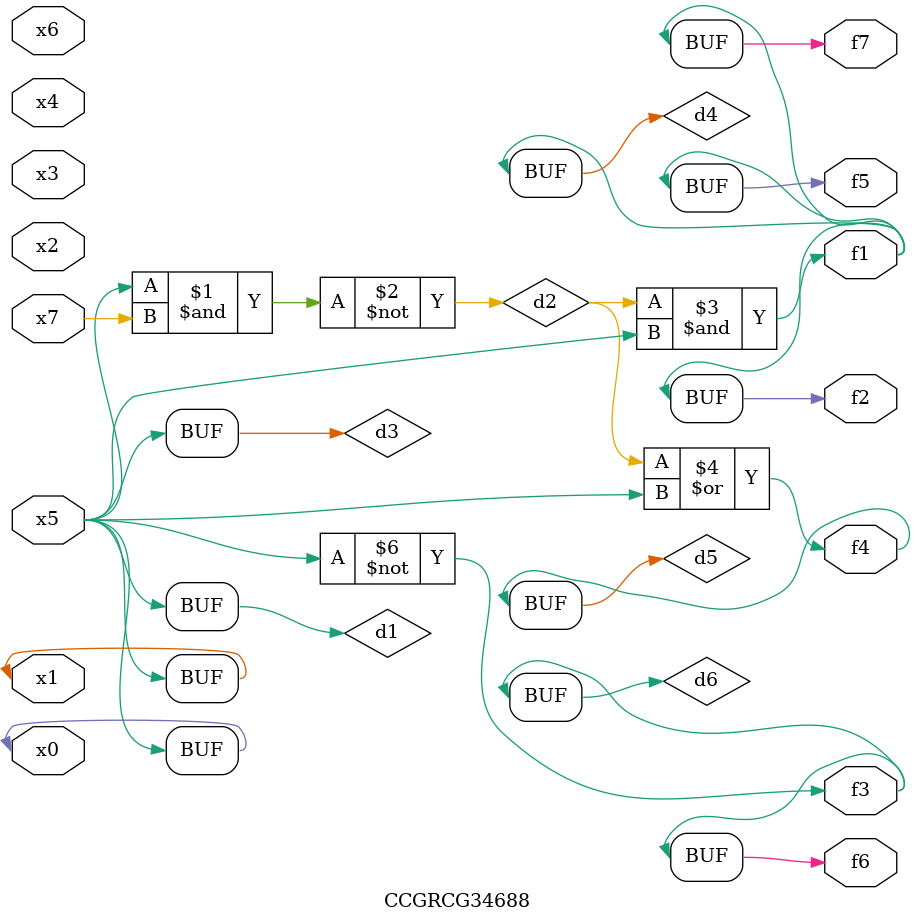
<source format=v>
module CCGRCG34688(
	input x0, x1, x2, x3, x4, x5, x6, x7,
	output f1, f2, f3, f4, f5, f6, f7
);

	wire d1, d2, d3, d4, d5, d6;

	buf (d1, x0, x5);
	nand (d2, x5, x7);
	buf (d3, x0, x1);
	and (d4, d2, d3);
	or (d5, d2, d3);
	nor (d6, d1, d3);
	assign f1 = d4;
	assign f2 = d4;
	assign f3 = d6;
	assign f4 = d5;
	assign f5 = d4;
	assign f6 = d6;
	assign f7 = d4;
endmodule

</source>
